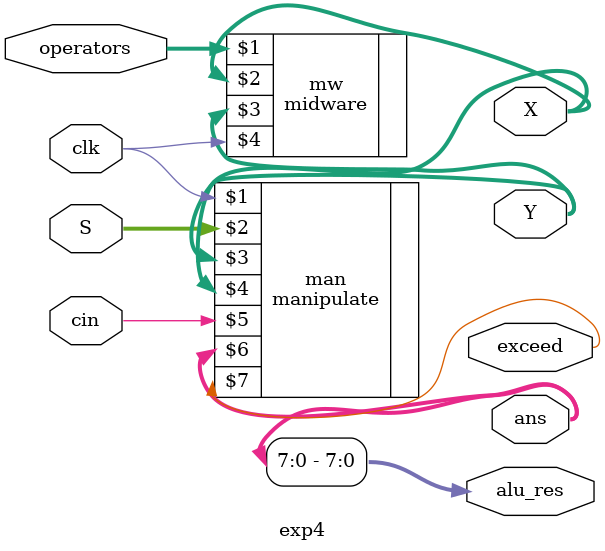
<source format=v>
module exp4(
	input clk,
	input [2:0]S,
	input cin,
	input [15:0] operators,
	output exceed,
	output [15:0] ans,
	output [7:0] X,
	output [7:0] Y,
	output [7:0] alu_res
);
midware mw(operators,X,Y,clk);
assign alu_res=ans[7:0];
manipulate man(clk,S,X,Y,cin,ans,exceed);
endmodule

</source>
